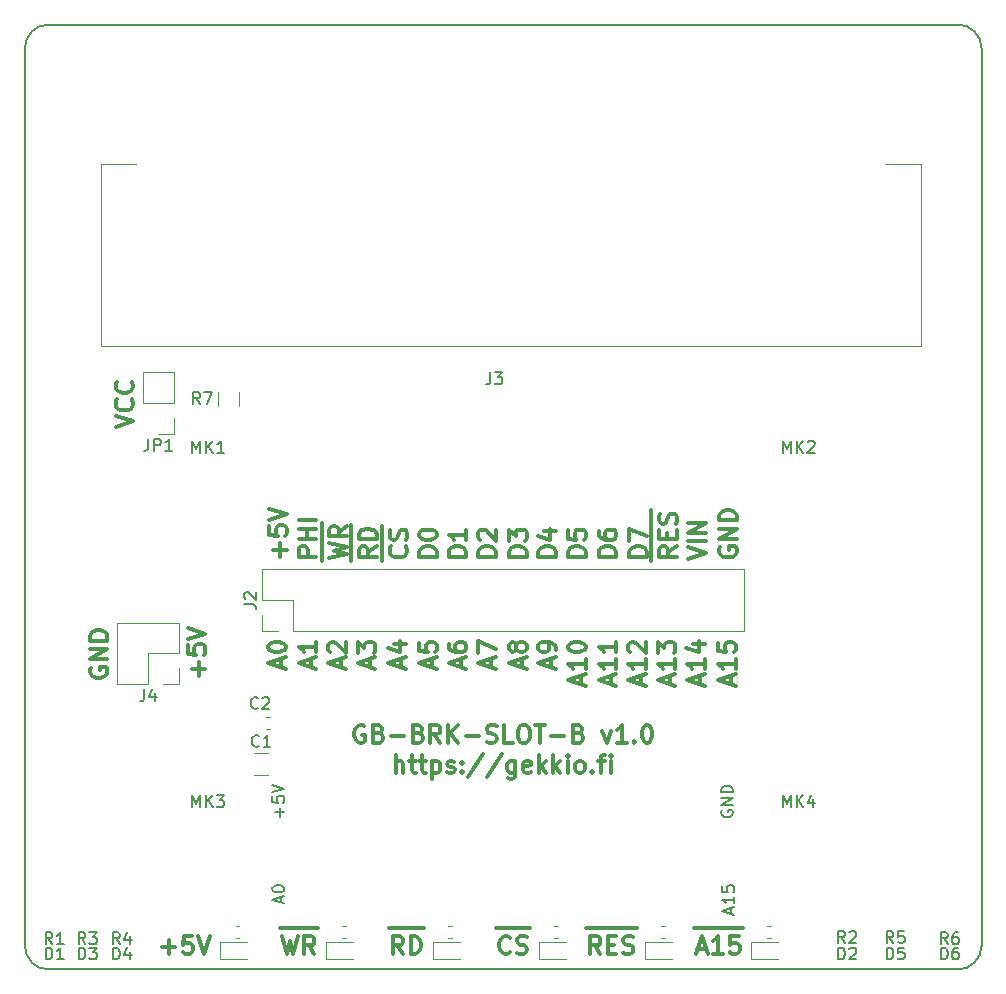
<source format=gbr>
G04 #@! TF.GenerationSoftware,KiCad,Pcbnew,5.1.5-52549c5~84~ubuntu19.10.1*
G04 #@! TF.CreationDate,2020-02-14T21:39:38+02:00*
G04 #@! TF.ProjectId,GB-BRK-SLOT-B,47422d42-524b-42d5-934c-4f542d422e6b,v1.0*
G04 #@! TF.SameCoordinates,Original*
G04 #@! TF.FileFunction,Legend,Top*
G04 #@! TF.FilePolarity,Positive*
%FSLAX46Y46*%
G04 Gerber Fmt 4.6, Leading zero omitted, Abs format (unit mm)*
G04 Created by KiCad (PCBNEW 5.1.5-52549c5~84~ubuntu19.10.1) date 2020-02-14 21:39:38*
%MOMM*%
%LPD*%
G04 APERTURE LIST*
%ADD10C,0.150000*%
%ADD11C,0.300000*%
%ADD12C,0.120000*%
G04 APERTURE END LIST*
D10*
X128000000Y-148000000D02*
G75*
G02X126000000Y-150000000I-2000000J0D01*
G01*
X49000000Y-150000000D02*
G75*
G02X47000000Y-148000000I0J2000000D01*
G01*
X47000000Y-72000000D02*
G75*
G02X49000000Y-70000000I2000000J0D01*
G01*
X126000000Y-70000000D02*
G75*
G02X128000000Y-72000000I0J-2000000D01*
G01*
D11*
X54678571Y-104100000D02*
X56178571Y-103600000D01*
X54678571Y-103100000D01*
X56035714Y-101742857D02*
X56107142Y-101814285D01*
X56178571Y-102028571D01*
X56178571Y-102171428D01*
X56107142Y-102385714D01*
X55964285Y-102528571D01*
X55821428Y-102600000D01*
X55535714Y-102671428D01*
X55321428Y-102671428D01*
X55035714Y-102600000D01*
X54892857Y-102528571D01*
X54750000Y-102385714D01*
X54678571Y-102171428D01*
X54678571Y-102028571D01*
X54750000Y-101814285D01*
X54821428Y-101742857D01*
X56035714Y-100242857D02*
X56107142Y-100314285D01*
X56178571Y-100528571D01*
X56178571Y-100671428D01*
X56107142Y-100885714D01*
X55964285Y-101028571D01*
X55821428Y-101100000D01*
X55535714Y-101171428D01*
X55321428Y-101171428D01*
X55035714Y-101100000D01*
X54892857Y-101028571D01*
X54750000Y-100885714D01*
X54678571Y-100671428D01*
X54678571Y-100528571D01*
X54750000Y-100314285D01*
X54821428Y-100242857D01*
X52560000Y-124442857D02*
X52488571Y-124585714D01*
X52488571Y-124800000D01*
X52560000Y-125014285D01*
X52702857Y-125157142D01*
X52845714Y-125228571D01*
X53131428Y-125300000D01*
X53345714Y-125300000D01*
X53631428Y-125228571D01*
X53774285Y-125157142D01*
X53917142Y-125014285D01*
X53988571Y-124800000D01*
X53988571Y-124657142D01*
X53917142Y-124442857D01*
X53845714Y-124371428D01*
X53345714Y-124371428D01*
X53345714Y-124657142D01*
X53988571Y-123728571D02*
X52488571Y-123728571D01*
X53988571Y-122871428D01*
X52488571Y-122871428D01*
X53988571Y-122157142D02*
X52488571Y-122157142D01*
X52488571Y-121800000D01*
X52560000Y-121585714D01*
X52702857Y-121442857D01*
X52845714Y-121371428D01*
X53131428Y-121300000D01*
X53345714Y-121300000D01*
X53631428Y-121371428D01*
X53774285Y-121442857D01*
X53917142Y-121585714D01*
X53988571Y-121800000D01*
X53988571Y-122157142D01*
X61717142Y-125128571D02*
X61717142Y-123985714D01*
X62288571Y-124557142D02*
X61145714Y-124557142D01*
X60788571Y-122557142D02*
X60788571Y-123271428D01*
X61502857Y-123342857D01*
X61431428Y-123271428D01*
X61360000Y-123128571D01*
X61360000Y-122771428D01*
X61431428Y-122628571D01*
X61502857Y-122557142D01*
X61645714Y-122485714D01*
X62002857Y-122485714D01*
X62145714Y-122557142D01*
X62217142Y-122628571D01*
X62288571Y-122771428D01*
X62288571Y-123128571D01*
X62217142Y-123271428D01*
X62145714Y-123342857D01*
X60788571Y-122057142D02*
X62288571Y-121557142D01*
X60788571Y-121057142D01*
X68607142Y-115047857D02*
X68607142Y-113905000D01*
X69178571Y-114476428D02*
X68035714Y-114476428D01*
X67678571Y-112476428D02*
X67678571Y-113190714D01*
X68392857Y-113262142D01*
X68321428Y-113190714D01*
X68250000Y-113047857D01*
X68250000Y-112690714D01*
X68321428Y-112547857D01*
X68392857Y-112476428D01*
X68535714Y-112405000D01*
X68892857Y-112405000D01*
X69035714Y-112476428D01*
X69107142Y-112547857D01*
X69178571Y-112690714D01*
X69178571Y-113047857D01*
X69107142Y-113190714D01*
X69035714Y-113262142D01*
X67678571Y-111976428D02*
X69178571Y-111476428D01*
X67678571Y-110976428D01*
X71678571Y-115047857D02*
X70178571Y-115047857D01*
X70178571Y-114476428D01*
X70250000Y-114333571D01*
X70321428Y-114262142D01*
X70464285Y-114190714D01*
X70678571Y-114190714D01*
X70821428Y-114262142D01*
X70892857Y-114333571D01*
X70964285Y-114476428D01*
X70964285Y-115047857D01*
X71678571Y-113547857D02*
X70178571Y-113547857D01*
X70892857Y-113547857D02*
X70892857Y-112690714D01*
X71678571Y-112690714D02*
X70178571Y-112690714D01*
X71678571Y-111976428D02*
X70178571Y-111976428D01*
X72130000Y-115405000D02*
X72130000Y-113690714D01*
X72778571Y-115190714D02*
X74278571Y-114833571D01*
X73207142Y-114547857D01*
X74278571Y-114262142D01*
X72778571Y-113905000D01*
X72130000Y-113690714D02*
X72130000Y-112190714D01*
X74278571Y-112476428D02*
X73564285Y-112976428D01*
X74278571Y-113333571D02*
X72778571Y-113333571D01*
X72778571Y-112762142D01*
X72850000Y-112619285D01*
X72921428Y-112547857D01*
X73064285Y-112476428D01*
X73278571Y-112476428D01*
X73421428Y-112547857D01*
X73492857Y-112619285D01*
X73564285Y-112762142D01*
X73564285Y-113333571D01*
X74630000Y-115405000D02*
X74630000Y-113905000D01*
X76778571Y-114190714D02*
X76064285Y-114690714D01*
X76778571Y-115047857D02*
X75278571Y-115047857D01*
X75278571Y-114476428D01*
X75350000Y-114333571D01*
X75421428Y-114262142D01*
X75564285Y-114190714D01*
X75778571Y-114190714D01*
X75921428Y-114262142D01*
X75992857Y-114333571D01*
X76064285Y-114476428D01*
X76064285Y-115047857D01*
X74630000Y-113905000D02*
X74630000Y-112405000D01*
X76778571Y-113547857D02*
X75278571Y-113547857D01*
X75278571Y-113190714D01*
X75350000Y-112976428D01*
X75492857Y-112833571D01*
X75635714Y-112762142D01*
X75921428Y-112690714D01*
X76135714Y-112690714D01*
X76421428Y-112762142D01*
X76564285Y-112833571D01*
X76707142Y-112976428D01*
X76778571Y-113190714D01*
X76778571Y-113547857D01*
X77230000Y-115405000D02*
X77230000Y-113905000D01*
X79235714Y-114190714D02*
X79307142Y-114262142D01*
X79378571Y-114476428D01*
X79378571Y-114619285D01*
X79307142Y-114833571D01*
X79164285Y-114976428D01*
X79021428Y-115047857D01*
X78735714Y-115119285D01*
X78521428Y-115119285D01*
X78235714Y-115047857D01*
X78092857Y-114976428D01*
X77950000Y-114833571D01*
X77878571Y-114619285D01*
X77878571Y-114476428D01*
X77950000Y-114262142D01*
X78021428Y-114190714D01*
X77230000Y-113905000D02*
X77230000Y-112476428D01*
X79307142Y-113619285D02*
X79378571Y-113405000D01*
X79378571Y-113047857D01*
X79307142Y-112905000D01*
X79235714Y-112833571D01*
X79092857Y-112762142D01*
X78950000Y-112762142D01*
X78807142Y-112833571D01*
X78735714Y-112905000D01*
X78664285Y-113047857D01*
X78592857Y-113333571D01*
X78521428Y-113476428D01*
X78450000Y-113547857D01*
X78307142Y-113619285D01*
X78164285Y-113619285D01*
X78021428Y-113547857D01*
X77950000Y-113476428D01*
X77878571Y-113333571D01*
X77878571Y-112976428D01*
X77950000Y-112762142D01*
X81878571Y-115047857D02*
X80378571Y-115047857D01*
X80378571Y-114690714D01*
X80450000Y-114476428D01*
X80592857Y-114333571D01*
X80735714Y-114262142D01*
X81021428Y-114190714D01*
X81235714Y-114190714D01*
X81521428Y-114262142D01*
X81664285Y-114333571D01*
X81807142Y-114476428D01*
X81878571Y-114690714D01*
X81878571Y-115047857D01*
X80378571Y-113262142D02*
X80378571Y-113119285D01*
X80450000Y-112976428D01*
X80521428Y-112905000D01*
X80664285Y-112833571D01*
X80950000Y-112762142D01*
X81307142Y-112762142D01*
X81592857Y-112833571D01*
X81735714Y-112905000D01*
X81807142Y-112976428D01*
X81878571Y-113119285D01*
X81878571Y-113262142D01*
X81807142Y-113405000D01*
X81735714Y-113476428D01*
X81592857Y-113547857D01*
X81307142Y-113619285D01*
X80950000Y-113619285D01*
X80664285Y-113547857D01*
X80521428Y-113476428D01*
X80450000Y-113405000D01*
X80378571Y-113262142D01*
X84378571Y-115047857D02*
X82878571Y-115047857D01*
X82878571Y-114690714D01*
X82950000Y-114476428D01*
X83092857Y-114333571D01*
X83235714Y-114262142D01*
X83521428Y-114190714D01*
X83735714Y-114190714D01*
X84021428Y-114262142D01*
X84164285Y-114333571D01*
X84307142Y-114476428D01*
X84378571Y-114690714D01*
X84378571Y-115047857D01*
X84378571Y-112762142D02*
X84378571Y-113619285D01*
X84378571Y-113190714D02*
X82878571Y-113190714D01*
X83092857Y-113333571D01*
X83235714Y-113476428D01*
X83307142Y-113619285D01*
X86878571Y-115047857D02*
X85378571Y-115047857D01*
X85378571Y-114690714D01*
X85450000Y-114476428D01*
X85592857Y-114333571D01*
X85735714Y-114262142D01*
X86021428Y-114190714D01*
X86235714Y-114190714D01*
X86521428Y-114262142D01*
X86664285Y-114333571D01*
X86807142Y-114476428D01*
X86878571Y-114690714D01*
X86878571Y-115047857D01*
X85521428Y-113619285D02*
X85450000Y-113547857D01*
X85378571Y-113405000D01*
X85378571Y-113047857D01*
X85450000Y-112905000D01*
X85521428Y-112833571D01*
X85664285Y-112762142D01*
X85807142Y-112762142D01*
X86021428Y-112833571D01*
X86878571Y-113690714D01*
X86878571Y-112762142D01*
X89478571Y-115047857D02*
X87978571Y-115047857D01*
X87978571Y-114690714D01*
X88050000Y-114476428D01*
X88192857Y-114333571D01*
X88335714Y-114262142D01*
X88621428Y-114190714D01*
X88835714Y-114190714D01*
X89121428Y-114262142D01*
X89264285Y-114333571D01*
X89407142Y-114476428D01*
X89478571Y-114690714D01*
X89478571Y-115047857D01*
X87978571Y-113690714D02*
X87978571Y-112762142D01*
X88550000Y-113262142D01*
X88550000Y-113047857D01*
X88621428Y-112905000D01*
X88692857Y-112833571D01*
X88835714Y-112762142D01*
X89192857Y-112762142D01*
X89335714Y-112833571D01*
X89407142Y-112905000D01*
X89478571Y-113047857D01*
X89478571Y-113476428D01*
X89407142Y-113619285D01*
X89335714Y-113690714D01*
X91978571Y-115047857D02*
X90478571Y-115047857D01*
X90478571Y-114690714D01*
X90550000Y-114476428D01*
X90692857Y-114333571D01*
X90835714Y-114262142D01*
X91121428Y-114190714D01*
X91335714Y-114190714D01*
X91621428Y-114262142D01*
X91764285Y-114333571D01*
X91907142Y-114476428D01*
X91978571Y-114690714D01*
X91978571Y-115047857D01*
X90978571Y-112905000D02*
X91978571Y-112905000D01*
X90407142Y-113262142D02*
X91478571Y-113619285D01*
X91478571Y-112690714D01*
X94478571Y-115047857D02*
X92978571Y-115047857D01*
X92978571Y-114690714D01*
X93050000Y-114476428D01*
X93192857Y-114333571D01*
X93335714Y-114262142D01*
X93621428Y-114190714D01*
X93835714Y-114190714D01*
X94121428Y-114262142D01*
X94264285Y-114333571D01*
X94407142Y-114476428D01*
X94478571Y-114690714D01*
X94478571Y-115047857D01*
X92978571Y-112833571D02*
X92978571Y-113547857D01*
X93692857Y-113619285D01*
X93621428Y-113547857D01*
X93550000Y-113405000D01*
X93550000Y-113047857D01*
X93621428Y-112905000D01*
X93692857Y-112833571D01*
X93835714Y-112762142D01*
X94192857Y-112762142D01*
X94335714Y-112833571D01*
X94407142Y-112905000D01*
X94478571Y-113047857D01*
X94478571Y-113405000D01*
X94407142Y-113547857D01*
X94335714Y-113619285D01*
X97078571Y-115047857D02*
X95578571Y-115047857D01*
X95578571Y-114690714D01*
X95650000Y-114476428D01*
X95792857Y-114333571D01*
X95935714Y-114262142D01*
X96221428Y-114190714D01*
X96435714Y-114190714D01*
X96721428Y-114262142D01*
X96864285Y-114333571D01*
X97007142Y-114476428D01*
X97078571Y-114690714D01*
X97078571Y-115047857D01*
X95578571Y-112905000D02*
X95578571Y-113190714D01*
X95650000Y-113333571D01*
X95721428Y-113405000D01*
X95935714Y-113547857D01*
X96221428Y-113619285D01*
X96792857Y-113619285D01*
X96935714Y-113547857D01*
X97007142Y-113476428D01*
X97078571Y-113333571D01*
X97078571Y-113047857D01*
X97007142Y-112905000D01*
X96935714Y-112833571D01*
X96792857Y-112762142D01*
X96435714Y-112762142D01*
X96292857Y-112833571D01*
X96221428Y-112905000D01*
X96150000Y-113047857D01*
X96150000Y-113333571D01*
X96221428Y-113476428D01*
X96292857Y-113547857D01*
X96435714Y-113619285D01*
X99678571Y-115047857D02*
X98178571Y-115047857D01*
X98178571Y-114690714D01*
X98250000Y-114476428D01*
X98392857Y-114333571D01*
X98535714Y-114262142D01*
X98821428Y-114190714D01*
X99035714Y-114190714D01*
X99321428Y-114262142D01*
X99464285Y-114333571D01*
X99607142Y-114476428D01*
X99678571Y-114690714D01*
X99678571Y-115047857D01*
X98178571Y-113690714D02*
X98178571Y-112690714D01*
X99678571Y-113333571D01*
X100030000Y-115405000D02*
X100030000Y-113905000D01*
X102178571Y-114190714D02*
X101464285Y-114690714D01*
X102178571Y-115047857D02*
X100678571Y-115047857D01*
X100678571Y-114476428D01*
X100750000Y-114333571D01*
X100821428Y-114262142D01*
X100964285Y-114190714D01*
X101178571Y-114190714D01*
X101321428Y-114262142D01*
X101392857Y-114333571D01*
X101464285Y-114476428D01*
X101464285Y-115047857D01*
X100030000Y-113905000D02*
X100030000Y-112547857D01*
X101392857Y-113547857D02*
X101392857Y-113047857D01*
X102178571Y-112833571D02*
X102178571Y-113547857D01*
X100678571Y-113547857D01*
X100678571Y-112833571D01*
X100030000Y-112547857D02*
X100030000Y-111119285D01*
X102107142Y-112262142D02*
X102178571Y-112047857D01*
X102178571Y-111690714D01*
X102107142Y-111547857D01*
X102035714Y-111476428D01*
X101892857Y-111405000D01*
X101750000Y-111405000D01*
X101607142Y-111476428D01*
X101535714Y-111547857D01*
X101464285Y-111690714D01*
X101392857Y-111976428D01*
X101321428Y-112119285D01*
X101250000Y-112190714D01*
X101107142Y-112262142D01*
X100964285Y-112262142D01*
X100821428Y-112190714D01*
X100750000Y-112119285D01*
X100678571Y-111976428D01*
X100678571Y-111619285D01*
X100750000Y-111405000D01*
X103178571Y-115262142D02*
X104678571Y-114762142D01*
X103178571Y-114262142D01*
X104678571Y-113762142D02*
X103178571Y-113762142D01*
X104678571Y-113047857D02*
X103178571Y-113047857D01*
X104678571Y-112190714D01*
X103178571Y-112190714D01*
X105850000Y-114262142D02*
X105778571Y-114405000D01*
X105778571Y-114619285D01*
X105850000Y-114833571D01*
X105992857Y-114976428D01*
X106135714Y-115047857D01*
X106421428Y-115119285D01*
X106635714Y-115119285D01*
X106921428Y-115047857D01*
X107064285Y-114976428D01*
X107207142Y-114833571D01*
X107278571Y-114619285D01*
X107278571Y-114476428D01*
X107207142Y-114262142D01*
X107135714Y-114190714D01*
X106635714Y-114190714D01*
X106635714Y-114476428D01*
X107278571Y-113547857D02*
X105778571Y-113547857D01*
X107278571Y-112690714D01*
X105778571Y-112690714D01*
X107278571Y-111976428D02*
X105778571Y-111976428D01*
X105778571Y-111619285D01*
X105850000Y-111405000D01*
X105992857Y-111262142D01*
X106135714Y-111190714D01*
X106421428Y-111119285D01*
X106635714Y-111119285D01*
X106921428Y-111190714D01*
X107064285Y-111262142D01*
X107207142Y-111405000D01*
X107278571Y-111619285D01*
X107278571Y-111976428D01*
X73750000Y-124423571D02*
X73750000Y-123709285D01*
X74178571Y-124566428D02*
X72678571Y-124066428D01*
X74178571Y-123566428D01*
X72821428Y-123137857D02*
X72750000Y-123066428D01*
X72678571Y-122923571D01*
X72678571Y-122566428D01*
X72750000Y-122423571D01*
X72821428Y-122352142D01*
X72964285Y-122280714D01*
X73107142Y-122280714D01*
X73321428Y-122352142D01*
X74178571Y-123209285D01*
X74178571Y-122280714D01*
X76250000Y-124423571D02*
X76250000Y-123709285D01*
X76678571Y-124566428D02*
X75178571Y-124066428D01*
X76678571Y-123566428D01*
X75178571Y-123209285D02*
X75178571Y-122280714D01*
X75750000Y-122780714D01*
X75750000Y-122566428D01*
X75821428Y-122423571D01*
X75892857Y-122352142D01*
X76035714Y-122280714D01*
X76392857Y-122280714D01*
X76535714Y-122352142D01*
X76607142Y-122423571D01*
X76678571Y-122566428D01*
X76678571Y-122995000D01*
X76607142Y-123137857D01*
X76535714Y-123209285D01*
X78850000Y-124423571D02*
X78850000Y-123709285D01*
X79278571Y-124566428D02*
X77778571Y-124066428D01*
X79278571Y-123566428D01*
X78278571Y-122423571D02*
X79278571Y-122423571D01*
X77707142Y-122780714D02*
X78778571Y-123137857D01*
X78778571Y-122209285D01*
X81450000Y-124423571D02*
X81450000Y-123709285D01*
X81878571Y-124566428D02*
X80378571Y-124066428D01*
X81878571Y-123566428D01*
X80378571Y-122352142D02*
X80378571Y-123066428D01*
X81092857Y-123137857D01*
X81021428Y-123066428D01*
X80950000Y-122923571D01*
X80950000Y-122566428D01*
X81021428Y-122423571D01*
X81092857Y-122352142D01*
X81235714Y-122280714D01*
X81592857Y-122280714D01*
X81735714Y-122352142D01*
X81807142Y-122423571D01*
X81878571Y-122566428D01*
X81878571Y-122923571D01*
X81807142Y-123066428D01*
X81735714Y-123137857D01*
X83950000Y-124423571D02*
X83950000Y-123709285D01*
X84378571Y-124566428D02*
X82878571Y-124066428D01*
X84378571Y-123566428D01*
X82878571Y-122423571D02*
X82878571Y-122709285D01*
X82950000Y-122852142D01*
X83021428Y-122923571D01*
X83235714Y-123066428D01*
X83521428Y-123137857D01*
X84092857Y-123137857D01*
X84235714Y-123066428D01*
X84307142Y-122995000D01*
X84378571Y-122852142D01*
X84378571Y-122566428D01*
X84307142Y-122423571D01*
X84235714Y-122352142D01*
X84092857Y-122280714D01*
X83735714Y-122280714D01*
X83592857Y-122352142D01*
X83521428Y-122423571D01*
X83450000Y-122566428D01*
X83450000Y-122852142D01*
X83521428Y-122995000D01*
X83592857Y-123066428D01*
X83735714Y-123137857D01*
X86450000Y-124423571D02*
X86450000Y-123709285D01*
X86878571Y-124566428D02*
X85378571Y-124066428D01*
X86878571Y-123566428D01*
X85378571Y-123209285D02*
X85378571Y-122209285D01*
X86878571Y-122852142D01*
X89050000Y-124423571D02*
X89050000Y-123709285D01*
X89478571Y-124566428D02*
X87978571Y-124066428D01*
X89478571Y-123566428D01*
X88621428Y-122852142D02*
X88550000Y-122995000D01*
X88478571Y-123066428D01*
X88335714Y-123137857D01*
X88264285Y-123137857D01*
X88121428Y-123066428D01*
X88050000Y-122995000D01*
X87978571Y-122852142D01*
X87978571Y-122566428D01*
X88050000Y-122423571D01*
X88121428Y-122352142D01*
X88264285Y-122280714D01*
X88335714Y-122280714D01*
X88478571Y-122352142D01*
X88550000Y-122423571D01*
X88621428Y-122566428D01*
X88621428Y-122852142D01*
X88692857Y-122995000D01*
X88764285Y-123066428D01*
X88907142Y-123137857D01*
X89192857Y-123137857D01*
X89335714Y-123066428D01*
X89407142Y-122995000D01*
X89478571Y-122852142D01*
X89478571Y-122566428D01*
X89407142Y-122423571D01*
X89335714Y-122352142D01*
X89192857Y-122280714D01*
X88907142Y-122280714D01*
X88764285Y-122352142D01*
X88692857Y-122423571D01*
X88621428Y-122566428D01*
X91550000Y-124423571D02*
X91550000Y-123709285D01*
X91978571Y-124566428D02*
X90478571Y-124066428D01*
X91978571Y-123566428D01*
X91978571Y-122995000D02*
X91978571Y-122709285D01*
X91907142Y-122566428D01*
X91835714Y-122495000D01*
X91621428Y-122352142D01*
X91335714Y-122280714D01*
X90764285Y-122280714D01*
X90621428Y-122352142D01*
X90550000Y-122423571D01*
X90478571Y-122566428D01*
X90478571Y-122852142D01*
X90550000Y-122995000D01*
X90621428Y-123066428D01*
X90764285Y-123137857D01*
X91121428Y-123137857D01*
X91264285Y-123066428D01*
X91335714Y-122995000D01*
X91407142Y-122852142D01*
X91407142Y-122566428D01*
X91335714Y-122423571D01*
X91264285Y-122352142D01*
X91121428Y-122280714D01*
X94050000Y-125852142D02*
X94050000Y-125137857D01*
X94478571Y-125995000D02*
X92978571Y-125495000D01*
X94478571Y-124995000D01*
X94478571Y-123709285D02*
X94478571Y-124566428D01*
X94478571Y-124137857D02*
X92978571Y-124137857D01*
X93192857Y-124280714D01*
X93335714Y-124423571D01*
X93407142Y-124566428D01*
X92978571Y-122780714D02*
X92978571Y-122637857D01*
X93050000Y-122495000D01*
X93121428Y-122423571D01*
X93264285Y-122352142D01*
X93550000Y-122280714D01*
X93907142Y-122280714D01*
X94192857Y-122352142D01*
X94335714Y-122423571D01*
X94407142Y-122495000D01*
X94478571Y-122637857D01*
X94478571Y-122780714D01*
X94407142Y-122923571D01*
X94335714Y-122995000D01*
X94192857Y-123066428D01*
X93907142Y-123137857D01*
X93550000Y-123137857D01*
X93264285Y-123066428D01*
X93121428Y-122995000D01*
X93050000Y-122923571D01*
X92978571Y-122780714D01*
X96650000Y-125852142D02*
X96650000Y-125137857D01*
X97078571Y-125995000D02*
X95578571Y-125495000D01*
X97078571Y-124995000D01*
X97078571Y-123709285D02*
X97078571Y-124566428D01*
X97078571Y-124137857D02*
X95578571Y-124137857D01*
X95792857Y-124280714D01*
X95935714Y-124423571D01*
X96007142Y-124566428D01*
X97078571Y-122280714D02*
X97078571Y-123137857D01*
X97078571Y-122709285D02*
X95578571Y-122709285D01*
X95792857Y-122852142D01*
X95935714Y-122995000D01*
X96007142Y-123137857D01*
X99150000Y-125852142D02*
X99150000Y-125137857D01*
X99578571Y-125995000D02*
X98078571Y-125495000D01*
X99578571Y-124995000D01*
X99578571Y-123709285D02*
X99578571Y-124566428D01*
X99578571Y-124137857D02*
X98078571Y-124137857D01*
X98292857Y-124280714D01*
X98435714Y-124423571D01*
X98507142Y-124566428D01*
X98221428Y-123137857D02*
X98150000Y-123066428D01*
X98078571Y-122923571D01*
X98078571Y-122566428D01*
X98150000Y-122423571D01*
X98221428Y-122352142D01*
X98364285Y-122280714D01*
X98507142Y-122280714D01*
X98721428Y-122352142D01*
X99578571Y-123209285D01*
X99578571Y-122280714D01*
X101650000Y-125852142D02*
X101650000Y-125137857D01*
X102078571Y-125995000D02*
X100578571Y-125495000D01*
X102078571Y-124995000D01*
X102078571Y-123709285D02*
X102078571Y-124566428D01*
X102078571Y-124137857D02*
X100578571Y-124137857D01*
X100792857Y-124280714D01*
X100935714Y-124423571D01*
X101007142Y-124566428D01*
X100578571Y-123209285D02*
X100578571Y-122280714D01*
X101150000Y-122780714D01*
X101150000Y-122566428D01*
X101221428Y-122423571D01*
X101292857Y-122352142D01*
X101435714Y-122280714D01*
X101792857Y-122280714D01*
X101935714Y-122352142D01*
X102007142Y-122423571D01*
X102078571Y-122566428D01*
X102078571Y-122995000D01*
X102007142Y-123137857D01*
X101935714Y-123209285D01*
X104150000Y-125852142D02*
X104150000Y-125137857D01*
X104578571Y-125995000D02*
X103078571Y-125495000D01*
X104578571Y-124995000D01*
X104578571Y-123709285D02*
X104578571Y-124566428D01*
X104578571Y-124137857D02*
X103078571Y-124137857D01*
X103292857Y-124280714D01*
X103435714Y-124423571D01*
X103507142Y-124566428D01*
X103578571Y-122423571D02*
X104578571Y-122423571D01*
X103007142Y-122780714D02*
X104078571Y-123137857D01*
X104078571Y-122209285D01*
X106750000Y-125852142D02*
X106750000Y-125137857D01*
X107178571Y-125995000D02*
X105678571Y-125495000D01*
X107178571Y-124995000D01*
X107178571Y-123709285D02*
X107178571Y-124566428D01*
X107178571Y-124137857D02*
X105678571Y-124137857D01*
X105892857Y-124280714D01*
X106035714Y-124423571D01*
X106107142Y-124566428D01*
X105678571Y-122352142D02*
X105678571Y-123066428D01*
X106392857Y-123137857D01*
X106321428Y-123066428D01*
X106250000Y-122923571D01*
X106250000Y-122566428D01*
X106321428Y-122423571D01*
X106392857Y-122352142D01*
X106535714Y-122280714D01*
X106892857Y-122280714D01*
X107035714Y-122352142D01*
X107107142Y-122423571D01*
X107178571Y-122566428D01*
X107178571Y-122923571D01*
X107107142Y-123066428D01*
X107035714Y-123137857D01*
X71250000Y-124423571D02*
X71250000Y-123709285D01*
X71678571Y-124566428D02*
X70178571Y-124066428D01*
X71678571Y-123566428D01*
X71678571Y-122280714D02*
X71678571Y-123137857D01*
X71678571Y-122709285D02*
X70178571Y-122709285D01*
X70392857Y-122852142D01*
X70535714Y-122995000D01*
X70607142Y-123137857D01*
X68650000Y-124423571D02*
X68650000Y-123709285D01*
X69078571Y-124566428D02*
X67578571Y-124066428D01*
X69078571Y-123566428D01*
X67578571Y-122780714D02*
X67578571Y-122637857D01*
X67650000Y-122495000D01*
X67721428Y-122423571D01*
X67864285Y-122352142D01*
X68150000Y-122280714D01*
X68507142Y-122280714D01*
X68792857Y-122352142D01*
X68935714Y-122423571D01*
X69007142Y-122495000D01*
X69078571Y-122637857D01*
X69078571Y-122780714D01*
X69007142Y-122923571D01*
X68935714Y-122995000D01*
X68792857Y-123066428D01*
X68507142Y-123137857D01*
X68150000Y-123137857D01*
X67864285Y-123066428D01*
X67721428Y-122995000D01*
X67650000Y-122923571D01*
X67578571Y-122780714D01*
X75750000Y-129375000D02*
X75607142Y-129303571D01*
X75392857Y-129303571D01*
X75178571Y-129375000D01*
X75035714Y-129517857D01*
X74964285Y-129660714D01*
X74892857Y-129946428D01*
X74892857Y-130160714D01*
X74964285Y-130446428D01*
X75035714Y-130589285D01*
X75178571Y-130732142D01*
X75392857Y-130803571D01*
X75535714Y-130803571D01*
X75750000Y-130732142D01*
X75821428Y-130660714D01*
X75821428Y-130160714D01*
X75535714Y-130160714D01*
X76964285Y-130017857D02*
X77178571Y-130089285D01*
X77250000Y-130160714D01*
X77321428Y-130303571D01*
X77321428Y-130517857D01*
X77250000Y-130660714D01*
X77178571Y-130732142D01*
X77035714Y-130803571D01*
X76464285Y-130803571D01*
X76464285Y-129303571D01*
X76964285Y-129303571D01*
X77107142Y-129375000D01*
X77178571Y-129446428D01*
X77250000Y-129589285D01*
X77250000Y-129732142D01*
X77178571Y-129875000D01*
X77107142Y-129946428D01*
X76964285Y-130017857D01*
X76464285Y-130017857D01*
X77964285Y-130232142D02*
X79107142Y-130232142D01*
X80321428Y-130017857D02*
X80535714Y-130089285D01*
X80607142Y-130160714D01*
X80678571Y-130303571D01*
X80678571Y-130517857D01*
X80607142Y-130660714D01*
X80535714Y-130732142D01*
X80392857Y-130803571D01*
X79821428Y-130803571D01*
X79821428Y-129303571D01*
X80321428Y-129303571D01*
X80464285Y-129375000D01*
X80535714Y-129446428D01*
X80607142Y-129589285D01*
X80607142Y-129732142D01*
X80535714Y-129875000D01*
X80464285Y-129946428D01*
X80321428Y-130017857D01*
X79821428Y-130017857D01*
X82178571Y-130803571D02*
X81678571Y-130089285D01*
X81321428Y-130803571D02*
X81321428Y-129303571D01*
X81892857Y-129303571D01*
X82035714Y-129375000D01*
X82107142Y-129446428D01*
X82178571Y-129589285D01*
X82178571Y-129803571D01*
X82107142Y-129946428D01*
X82035714Y-130017857D01*
X81892857Y-130089285D01*
X81321428Y-130089285D01*
X82821428Y-130803571D02*
X82821428Y-129303571D01*
X83678571Y-130803571D02*
X83035714Y-129946428D01*
X83678571Y-129303571D02*
X82821428Y-130160714D01*
X84321428Y-130232142D02*
X85464285Y-130232142D01*
X86107142Y-130732142D02*
X86321428Y-130803571D01*
X86678571Y-130803571D01*
X86821428Y-130732142D01*
X86892857Y-130660714D01*
X86964285Y-130517857D01*
X86964285Y-130375000D01*
X86892857Y-130232142D01*
X86821428Y-130160714D01*
X86678571Y-130089285D01*
X86392857Y-130017857D01*
X86250000Y-129946428D01*
X86178571Y-129875000D01*
X86107142Y-129732142D01*
X86107142Y-129589285D01*
X86178571Y-129446428D01*
X86250000Y-129375000D01*
X86392857Y-129303571D01*
X86750000Y-129303571D01*
X86964285Y-129375000D01*
X88321428Y-130803571D02*
X87607142Y-130803571D01*
X87607142Y-129303571D01*
X89107142Y-129303571D02*
X89392857Y-129303571D01*
X89535714Y-129375000D01*
X89678571Y-129517857D01*
X89750000Y-129803571D01*
X89750000Y-130303571D01*
X89678571Y-130589285D01*
X89535714Y-130732142D01*
X89392857Y-130803571D01*
X89107142Y-130803571D01*
X88964285Y-130732142D01*
X88821428Y-130589285D01*
X88750000Y-130303571D01*
X88750000Y-129803571D01*
X88821428Y-129517857D01*
X88964285Y-129375000D01*
X89107142Y-129303571D01*
X90178571Y-129303571D02*
X91035714Y-129303571D01*
X90607142Y-130803571D02*
X90607142Y-129303571D01*
X91535714Y-130232142D02*
X92678571Y-130232142D01*
X93892857Y-130017857D02*
X94107142Y-130089285D01*
X94178571Y-130160714D01*
X94250000Y-130303571D01*
X94250000Y-130517857D01*
X94178571Y-130660714D01*
X94107142Y-130732142D01*
X93964285Y-130803571D01*
X93392857Y-130803571D01*
X93392857Y-129303571D01*
X93892857Y-129303571D01*
X94035714Y-129375000D01*
X94107142Y-129446428D01*
X94178571Y-129589285D01*
X94178571Y-129732142D01*
X94107142Y-129875000D01*
X94035714Y-129946428D01*
X93892857Y-130017857D01*
X93392857Y-130017857D01*
X95892857Y-129803571D02*
X96250000Y-130803571D01*
X96607142Y-129803571D01*
X97964285Y-130803571D02*
X97107142Y-130803571D01*
X97535714Y-130803571D02*
X97535714Y-129303571D01*
X97392857Y-129517857D01*
X97250000Y-129660714D01*
X97107142Y-129732142D01*
X98607142Y-130660714D02*
X98678571Y-130732142D01*
X98607142Y-130803571D01*
X98535714Y-130732142D01*
X98607142Y-130660714D01*
X98607142Y-130803571D01*
X99607142Y-129303571D02*
X99750000Y-129303571D01*
X99892857Y-129375000D01*
X99964285Y-129446428D01*
X100035714Y-129589285D01*
X100107142Y-129875000D01*
X100107142Y-130232142D01*
X100035714Y-130517857D01*
X99964285Y-130660714D01*
X99892857Y-130732142D01*
X99750000Y-130803571D01*
X99607142Y-130803571D01*
X99464285Y-130732142D01*
X99392857Y-130660714D01*
X99321428Y-130517857D01*
X99250000Y-130232142D01*
X99250000Y-129875000D01*
X99321428Y-129589285D01*
X99392857Y-129446428D01*
X99464285Y-129375000D01*
X99607142Y-129303571D01*
X78392857Y-133353571D02*
X78392857Y-131853571D01*
X79035714Y-133353571D02*
X79035714Y-132567857D01*
X78964285Y-132425000D01*
X78821428Y-132353571D01*
X78607142Y-132353571D01*
X78464285Y-132425000D01*
X78392857Y-132496428D01*
X79535714Y-132353571D02*
X80107142Y-132353571D01*
X79750000Y-131853571D02*
X79750000Y-133139285D01*
X79821428Y-133282142D01*
X79964285Y-133353571D01*
X80107142Y-133353571D01*
X80392857Y-132353571D02*
X80964285Y-132353571D01*
X80607142Y-131853571D02*
X80607142Y-133139285D01*
X80678571Y-133282142D01*
X80821428Y-133353571D01*
X80964285Y-133353571D01*
X81464285Y-132353571D02*
X81464285Y-133853571D01*
X81464285Y-132425000D02*
X81607142Y-132353571D01*
X81892857Y-132353571D01*
X82035714Y-132425000D01*
X82107142Y-132496428D01*
X82178571Y-132639285D01*
X82178571Y-133067857D01*
X82107142Y-133210714D01*
X82035714Y-133282142D01*
X81892857Y-133353571D01*
X81607142Y-133353571D01*
X81464285Y-133282142D01*
X82750000Y-133282142D02*
X82892857Y-133353571D01*
X83178571Y-133353571D01*
X83321428Y-133282142D01*
X83392857Y-133139285D01*
X83392857Y-133067857D01*
X83321428Y-132925000D01*
X83178571Y-132853571D01*
X82964285Y-132853571D01*
X82821428Y-132782142D01*
X82750000Y-132639285D01*
X82750000Y-132567857D01*
X82821428Y-132425000D01*
X82964285Y-132353571D01*
X83178571Y-132353571D01*
X83321428Y-132425000D01*
X84035714Y-133210714D02*
X84107142Y-133282142D01*
X84035714Y-133353571D01*
X83964285Y-133282142D01*
X84035714Y-133210714D01*
X84035714Y-133353571D01*
X84035714Y-132425000D02*
X84107142Y-132496428D01*
X84035714Y-132567857D01*
X83964285Y-132496428D01*
X84035714Y-132425000D01*
X84035714Y-132567857D01*
X85821428Y-131782142D02*
X84535714Y-133710714D01*
X87392857Y-131782142D02*
X86107142Y-133710714D01*
X88535714Y-132353571D02*
X88535714Y-133567857D01*
X88464285Y-133710714D01*
X88392857Y-133782142D01*
X88250000Y-133853571D01*
X88035714Y-133853571D01*
X87892857Y-133782142D01*
X88535714Y-133282142D02*
X88392857Y-133353571D01*
X88107142Y-133353571D01*
X87964285Y-133282142D01*
X87892857Y-133210714D01*
X87821428Y-133067857D01*
X87821428Y-132639285D01*
X87892857Y-132496428D01*
X87964285Y-132425000D01*
X88107142Y-132353571D01*
X88392857Y-132353571D01*
X88535714Y-132425000D01*
X89821428Y-133282142D02*
X89678571Y-133353571D01*
X89392857Y-133353571D01*
X89250000Y-133282142D01*
X89178571Y-133139285D01*
X89178571Y-132567857D01*
X89250000Y-132425000D01*
X89392857Y-132353571D01*
X89678571Y-132353571D01*
X89821428Y-132425000D01*
X89892857Y-132567857D01*
X89892857Y-132710714D01*
X89178571Y-132853571D01*
X90535714Y-133353571D02*
X90535714Y-131853571D01*
X90678571Y-132782142D02*
X91107142Y-133353571D01*
X91107142Y-132353571D02*
X90535714Y-132925000D01*
X91750000Y-133353571D02*
X91750000Y-131853571D01*
X91892857Y-132782142D02*
X92321428Y-133353571D01*
X92321428Y-132353571D02*
X91750000Y-132925000D01*
X92964285Y-133353571D02*
X92964285Y-132353571D01*
X92964285Y-131853571D02*
X92892857Y-131925000D01*
X92964285Y-131996428D01*
X93035714Y-131925000D01*
X92964285Y-131853571D01*
X92964285Y-131996428D01*
X93892857Y-133353571D02*
X93750000Y-133282142D01*
X93678571Y-133210714D01*
X93607142Y-133067857D01*
X93607142Y-132639285D01*
X93678571Y-132496428D01*
X93750000Y-132425000D01*
X93892857Y-132353571D01*
X94107142Y-132353571D01*
X94250000Y-132425000D01*
X94321428Y-132496428D01*
X94392857Y-132639285D01*
X94392857Y-133067857D01*
X94321428Y-133210714D01*
X94250000Y-133282142D01*
X94107142Y-133353571D01*
X93892857Y-133353571D01*
X95035714Y-133210714D02*
X95107142Y-133282142D01*
X95035714Y-133353571D01*
X94964285Y-133282142D01*
X95035714Y-133210714D01*
X95035714Y-133353571D01*
X95535714Y-132353571D02*
X96107142Y-132353571D01*
X95750000Y-133353571D02*
X95750000Y-132067857D01*
X95821428Y-131925000D01*
X95964285Y-131853571D01*
X96107142Y-131853571D01*
X96607142Y-133353571D02*
X96607142Y-132353571D01*
X96607142Y-131853571D02*
X96535714Y-131925000D01*
X96607142Y-131996428D01*
X96678571Y-131925000D01*
X96607142Y-131853571D01*
X96607142Y-131996428D01*
D10*
X106000000Y-136540595D02*
X105952380Y-136635833D01*
X105952380Y-136778690D01*
X106000000Y-136921547D01*
X106095238Y-137016785D01*
X106190476Y-137064404D01*
X106380952Y-137112023D01*
X106523809Y-137112023D01*
X106714285Y-137064404D01*
X106809523Y-137016785D01*
X106904761Y-136921547D01*
X106952380Y-136778690D01*
X106952380Y-136683452D01*
X106904761Y-136540595D01*
X106857142Y-136492976D01*
X106523809Y-136492976D01*
X106523809Y-136683452D01*
X106952380Y-136064404D02*
X105952380Y-136064404D01*
X106952380Y-135492976D01*
X105952380Y-135492976D01*
X106952380Y-135016785D02*
X105952380Y-135016785D01*
X105952380Y-134778690D01*
X106000000Y-134635833D01*
X106095238Y-134540595D01*
X106190476Y-134492976D01*
X106380952Y-134445357D01*
X106523809Y-134445357D01*
X106714285Y-134492976D01*
X106809523Y-134540595D01*
X106904761Y-134635833D01*
X106952380Y-134778690D01*
X106952380Y-135016785D01*
X106766666Y-145268928D02*
X106766666Y-144792738D01*
X107052380Y-145364166D02*
X106052380Y-145030833D01*
X107052380Y-144697500D01*
X107052380Y-143840357D02*
X107052380Y-144411785D01*
X107052380Y-144126071D02*
X106052380Y-144126071D01*
X106195238Y-144221309D01*
X106290476Y-144316547D01*
X106338095Y-144411785D01*
X106052380Y-142935595D02*
X106052380Y-143411785D01*
X106528571Y-143459404D01*
X106480952Y-143411785D01*
X106433333Y-143316547D01*
X106433333Y-143078452D01*
X106480952Y-142983214D01*
X106528571Y-142935595D01*
X106623809Y-142887976D01*
X106861904Y-142887976D01*
X106957142Y-142935595D01*
X107004761Y-142983214D01*
X107052380Y-143078452D01*
X107052380Y-143316547D01*
X107004761Y-143411785D01*
X106957142Y-143459404D01*
X68666666Y-144316547D02*
X68666666Y-143840357D01*
X68952380Y-144411785D02*
X67952380Y-144078452D01*
X68952380Y-143745119D01*
X67952380Y-143221309D02*
X67952380Y-143126071D01*
X68000000Y-143030833D01*
X68047619Y-142983214D01*
X68142857Y-142935595D01*
X68333333Y-142887976D01*
X68571428Y-142887976D01*
X68761904Y-142935595D01*
X68857142Y-142983214D01*
X68904761Y-143030833D01*
X68952380Y-143126071D01*
X68952380Y-143221309D01*
X68904761Y-143316547D01*
X68857142Y-143364166D01*
X68761904Y-143411785D01*
X68571428Y-143459404D01*
X68333333Y-143459404D01*
X68142857Y-143411785D01*
X68047619Y-143364166D01*
X68000000Y-143316547D01*
X67952380Y-143221309D01*
X68571428Y-137064404D02*
X68571428Y-136302500D01*
X68952380Y-136683452D02*
X68190476Y-136683452D01*
X67952380Y-135350119D02*
X67952380Y-135826309D01*
X68428571Y-135873928D01*
X68380952Y-135826309D01*
X68333333Y-135731071D01*
X68333333Y-135492976D01*
X68380952Y-135397738D01*
X68428571Y-135350119D01*
X68523809Y-135302500D01*
X68761904Y-135302500D01*
X68857142Y-135350119D01*
X68904761Y-135397738D01*
X68952380Y-135492976D01*
X68952380Y-135731071D01*
X68904761Y-135826309D01*
X68857142Y-135873928D01*
X67952380Y-135016785D02*
X68952380Y-134683452D01*
X67952380Y-134350119D01*
D11*
X103662142Y-146530000D02*
X104947857Y-146530000D01*
X103947857Y-148250000D02*
X104662142Y-148250000D01*
X103805000Y-148678571D02*
X104305000Y-147178571D01*
X104805000Y-148678571D01*
X104947857Y-146530000D02*
X106376428Y-146530000D01*
X106090714Y-148678571D02*
X105233571Y-148678571D01*
X105662142Y-148678571D02*
X105662142Y-147178571D01*
X105519285Y-147392857D01*
X105376428Y-147535714D01*
X105233571Y-147607142D01*
X106376428Y-146530000D02*
X107805000Y-146530000D01*
X107447857Y-147178571D02*
X106733571Y-147178571D01*
X106662142Y-147892857D01*
X106733571Y-147821428D01*
X106876428Y-147750000D01*
X107233571Y-147750000D01*
X107376428Y-147821428D01*
X107447857Y-147892857D01*
X107519285Y-148035714D01*
X107519285Y-148392857D01*
X107447857Y-148535714D01*
X107376428Y-148607142D01*
X107233571Y-148678571D01*
X106876428Y-148678571D01*
X106733571Y-148607142D01*
X106662142Y-148535714D01*
X94519285Y-146530000D02*
X96019285Y-146530000D01*
X95733571Y-148678571D02*
X95233571Y-147964285D01*
X94876428Y-148678571D02*
X94876428Y-147178571D01*
X95447857Y-147178571D01*
X95590714Y-147250000D01*
X95662142Y-147321428D01*
X95733571Y-147464285D01*
X95733571Y-147678571D01*
X95662142Y-147821428D01*
X95590714Y-147892857D01*
X95447857Y-147964285D01*
X94876428Y-147964285D01*
X96019285Y-146530000D02*
X97376428Y-146530000D01*
X96376428Y-147892857D02*
X96876428Y-147892857D01*
X97090714Y-148678571D02*
X96376428Y-148678571D01*
X96376428Y-147178571D01*
X97090714Y-147178571D01*
X97376428Y-146530000D02*
X98805000Y-146530000D01*
X97662142Y-148607142D02*
X97876428Y-148678571D01*
X98233571Y-148678571D01*
X98376428Y-148607142D01*
X98447857Y-148535714D01*
X98519285Y-148392857D01*
X98519285Y-148250000D01*
X98447857Y-148107142D01*
X98376428Y-148035714D01*
X98233571Y-147964285D01*
X97947857Y-147892857D01*
X97805000Y-147821428D01*
X97733571Y-147750000D01*
X97662142Y-147607142D01*
X97662142Y-147464285D01*
X97733571Y-147321428D01*
X97805000Y-147250000D01*
X97947857Y-147178571D01*
X98305000Y-147178571D01*
X98519285Y-147250000D01*
X77805000Y-146530000D02*
X79305000Y-146530000D01*
X79019285Y-148678571D02*
X78519285Y-147964285D01*
X78162142Y-148678571D02*
X78162142Y-147178571D01*
X78733571Y-147178571D01*
X78876428Y-147250000D01*
X78947857Y-147321428D01*
X79019285Y-147464285D01*
X79019285Y-147678571D01*
X78947857Y-147821428D01*
X78876428Y-147892857D01*
X78733571Y-147964285D01*
X78162142Y-147964285D01*
X79305000Y-146530000D02*
X80805000Y-146530000D01*
X79662142Y-148678571D02*
X79662142Y-147178571D01*
X80019285Y-147178571D01*
X80233571Y-147250000D01*
X80376428Y-147392857D01*
X80447857Y-147535714D01*
X80519285Y-147821428D01*
X80519285Y-148035714D01*
X80447857Y-148321428D01*
X80376428Y-148464285D01*
X80233571Y-148607142D01*
X80019285Y-148678571D01*
X79662142Y-148678571D01*
X86876428Y-146530000D02*
X88376428Y-146530000D01*
X88090714Y-148535714D02*
X88019285Y-148607142D01*
X87805000Y-148678571D01*
X87662142Y-148678571D01*
X87447857Y-148607142D01*
X87305000Y-148464285D01*
X87233571Y-148321428D01*
X87162142Y-148035714D01*
X87162142Y-147821428D01*
X87233571Y-147535714D01*
X87305000Y-147392857D01*
X87447857Y-147250000D01*
X87662142Y-147178571D01*
X87805000Y-147178571D01*
X88019285Y-147250000D01*
X88090714Y-147321428D01*
X88376428Y-146530000D02*
X89805000Y-146530000D01*
X88662142Y-148607142D02*
X88876428Y-148678571D01*
X89233571Y-148678571D01*
X89376428Y-148607142D01*
X89447857Y-148535714D01*
X89519285Y-148392857D01*
X89519285Y-148250000D01*
X89447857Y-148107142D01*
X89376428Y-148035714D01*
X89233571Y-147964285D01*
X88947857Y-147892857D01*
X88805000Y-147821428D01*
X88733571Y-147750000D01*
X88662142Y-147607142D01*
X88662142Y-147464285D01*
X88733571Y-147321428D01*
X88805000Y-147250000D01*
X88947857Y-147178571D01*
X89305000Y-147178571D01*
X89519285Y-147250000D01*
X68590714Y-146530000D02*
X70305000Y-146530000D01*
X68805000Y-147178571D02*
X69162142Y-148678571D01*
X69447857Y-147607142D01*
X69733571Y-148678571D01*
X70090714Y-147178571D01*
X70305000Y-146530000D02*
X71805000Y-146530000D01*
X71519285Y-148678571D02*
X71019285Y-147964285D01*
X70662142Y-148678571D02*
X70662142Y-147178571D01*
X71233571Y-147178571D01*
X71376428Y-147250000D01*
X71447857Y-147321428D01*
X71519285Y-147464285D01*
X71519285Y-147678571D01*
X71447857Y-147821428D01*
X71376428Y-147892857D01*
X71233571Y-147964285D01*
X70662142Y-147964285D01*
X58590714Y-148107142D02*
X59733571Y-148107142D01*
X59162142Y-148678571D02*
X59162142Y-147535714D01*
X61162142Y-147178571D02*
X60447857Y-147178571D01*
X60376428Y-147892857D01*
X60447857Y-147821428D01*
X60590714Y-147750000D01*
X60947857Y-147750000D01*
X61090714Y-147821428D01*
X61162142Y-147892857D01*
X61233571Y-148035714D01*
X61233571Y-148392857D01*
X61162142Y-148535714D01*
X61090714Y-148607142D01*
X60947857Y-148678571D01*
X60590714Y-148678571D01*
X60447857Y-148607142D01*
X60376428Y-148535714D01*
X61662142Y-147178571D02*
X62162142Y-148678571D01*
X62662142Y-147178571D01*
D10*
X128000000Y-72000000D02*
X128000000Y-148000000D01*
X49000000Y-70000000D02*
X126000000Y-70000000D01*
X49000000Y-150000000D02*
X126000000Y-150000000D01*
X47000000Y-72000000D02*
X47000000Y-148000000D01*
D12*
X53450000Y-81800000D02*
X56450000Y-81800000D01*
X53450000Y-97200000D02*
X53450000Y-81800000D01*
X122850000Y-97200000D02*
X53450000Y-97200000D01*
X122850000Y-81800000D02*
X122850000Y-97200000D01*
X119850000Y-81800000D02*
X122850000Y-81800000D01*
X59630000Y-104630000D02*
X58300000Y-104630000D01*
X59630000Y-103300000D02*
X59630000Y-104630000D01*
X59630000Y-102030000D02*
X56970000Y-102030000D01*
X56970000Y-102030000D02*
X56970000Y-99430000D01*
X59630000Y-102030000D02*
X59630000Y-99430000D01*
X59630000Y-99430000D02*
X56970000Y-99430000D01*
X63340000Y-101087936D02*
X63340000Y-102292064D01*
X65160000Y-101087936D02*
X65160000Y-102292064D01*
X63515000Y-149135000D02*
X65800000Y-149135000D01*
X63515000Y-147665000D02*
X63515000Y-149135000D01*
X65800000Y-147665000D02*
X63515000Y-147665000D01*
X67120000Y-121330000D02*
X67120000Y-120000000D01*
X68450000Y-121330000D02*
X67120000Y-121330000D01*
X67120000Y-118730000D02*
X67120000Y-116130000D01*
X69720000Y-118730000D02*
X67120000Y-118730000D01*
X69720000Y-121330000D02*
X69720000Y-118730000D01*
X67120000Y-116130000D02*
X107880000Y-116130000D01*
X69720000Y-121330000D02*
X107880000Y-121330000D01*
X107880000Y-121330000D02*
X107880000Y-116130000D01*
X64837221Y-147310000D02*
X65162779Y-147310000D01*
X64837221Y-146290000D02*
X65162779Y-146290000D01*
X67602064Y-131690000D02*
X66397936Y-131690000D01*
X67602064Y-133510000D02*
X66397936Y-133510000D01*
X67762779Y-128590000D02*
X67437221Y-128590000D01*
X67762779Y-129610000D02*
X67437221Y-129610000D01*
X99515000Y-149135000D02*
X101800000Y-149135000D01*
X99515000Y-147665000D02*
X99515000Y-149135000D01*
X101800000Y-147665000D02*
X99515000Y-147665000D01*
X72515000Y-149135000D02*
X74800000Y-149135000D01*
X72515000Y-147665000D02*
X72515000Y-149135000D01*
X74800000Y-147665000D02*
X72515000Y-147665000D01*
X81515000Y-149135000D02*
X83800000Y-149135000D01*
X81515000Y-147665000D02*
X81515000Y-149135000D01*
X83800000Y-147665000D02*
X81515000Y-147665000D01*
X90515000Y-149135000D02*
X92800000Y-149135000D01*
X90515000Y-147665000D02*
X90515000Y-149135000D01*
X92800000Y-147665000D02*
X90515000Y-147665000D01*
X108515000Y-149135000D02*
X110800000Y-149135000D01*
X108515000Y-147665000D02*
X108515000Y-149135000D01*
X110800000Y-147665000D02*
X108515000Y-147665000D01*
X100837221Y-147310000D02*
X101162779Y-147310000D01*
X100837221Y-146290000D02*
X101162779Y-146290000D01*
X73837221Y-147310000D02*
X74162779Y-147310000D01*
X73837221Y-146290000D02*
X74162779Y-146290000D01*
X82837221Y-147310000D02*
X83162779Y-147310000D01*
X82837221Y-146290000D02*
X83162779Y-146290000D01*
X91837221Y-147310000D02*
X92162779Y-147310000D01*
X91837221Y-146290000D02*
X92162779Y-146290000D01*
X109837221Y-147310000D02*
X110162779Y-147310000D01*
X109837221Y-146290000D02*
X110162779Y-146290000D01*
X60040000Y-125830000D02*
X58710000Y-125830000D01*
X60040000Y-124500000D02*
X60040000Y-125830000D01*
X57440000Y-125830000D02*
X54840000Y-125830000D01*
X57440000Y-123230000D02*
X57440000Y-125830000D01*
X60040000Y-123230000D02*
X57440000Y-123230000D01*
X54840000Y-125830000D02*
X54840000Y-120630000D01*
X60040000Y-123230000D02*
X60040000Y-120630000D01*
X60040000Y-120630000D02*
X54840000Y-120630000D01*
D10*
X86416666Y-99452380D02*
X86416666Y-100166666D01*
X86369047Y-100309523D01*
X86273809Y-100404761D01*
X86130952Y-100452380D01*
X86035714Y-100452380D01*
X86797619Y-99452380D02*
X87416666Y-99452380D01*
X87083333Y-99833333D01*
X87226190Y-99833333D01*
X87321428Y-99880952D01*
X87369047Y-99928571D01*
X87416666Y-100023809D01*
X87416666Y-100261904D01*
X87369047Y-100357142D01*
X87321428Y-100404761D01*
X87226190Y-100452380D01*
X86940476Y-100452380D01*
X86845238Y-100404761D01*
X86797619Y-100357142D01*
X57466666Y-105082380D02*
X57466666Y-105796666D01*
X57419047Y-105939523D01*
X57323809Y-106034761D01*
X57180952Y-106082380D01*
X57085714Y-106082380D01*
X57942857Y-106082380D02*
X57942857Y-105082380D01*
X58323809Y-105082380D01*
X58419047Y-105130000D01*
X58466666Y-105177619D01*
X58514285Y-105272857D01*
X58514285Y-105415714D01*
X58466666Y-105510952D01*
X58419047Y-105558571D01*
X58323809Y-105606190D01*
X57942857Y-105606190D01*
X59466666Y-106082380D02*
X58895238Y-106082380D01*
X59180952Y-106082380D02*
X59180952Y-105082380D01*
X59085714Y-105225238D01*
X58990476Y-105320476D01*
X58895238Y-105368095D01*
X61843333Y-102132380D02*
X61510000Y-101656190D01*
X61271904Y-102132380D02*
X61271904Y-101132380D01*
X61652857Y-101132380D01*
X61748095Y-101180000D01*
X61795714Y-101227619D01*
X61843333Y-101322857D01*
X61843333Y-101465714D01*
X61795714Y-101560952D01*
X61748095Y-101608571D01*
X61652857Y-101656190D01*
X61271904Y-101656190D01*
X62176666Y-101132380D02*
X62843333Y-101132380D01*
X62414761Y-102132380D01*
X48761904Y-149152380D02*
X48761904Y-148152380D01*
X49000000Y-148152380D01*
X49142857Y-148200000D01*
X49238095Y-148295238D01*
X49285714Y-148390476D01*
X49333333Y-148580952D01*
X49333333Y-148723809D01*
X49285714Y-148914285D01*
X49238095Y-149009523D01*
X49142857Y-149104761D01*
X49000000Y-149152380D01*
X48761904Y-149152380D01*
X50285714Y-149152380D02*
X49714285Y-149152380D01*
X50000000Y-149152380D02*
X50000000Y-148152380D01*
X49904761Y-148295238D01*
X49809523Y-148390476D01*
X49714285Y-148438095D01*
X65572380Y-119063333D02*
X66286666Y-119063333D01*
X66429523Y-119110952D01*
X66524761Y-119206190D01*
X66572380Y-119349047D01*
X66572380Y-119444285D01*
X65667619Y-118634761D02*
X65620000Y-118587142D01*
X65572380Y-118491904D01*
X65572380Y-118253809D01*
X65620000Y-118158571D01*
X65667619Y-118110952D01*
X65762857Y-118063333D01*
X65858095Y-118063333D01*
X66000952Y-118110952D01*
X66572380Y-118682380D01*
X66572380Y-118063333D01*
X49333333Y-147852380D02*
X49000000Y-147376190D01*
X48761904Y-147852380D02*
X48761904Y-146852380D01*
X49142857Y-146852380D01*
X49238095Y-146900000D01*
X49285714Y-146947619D01*
X49333333Y-147042857D01*
X49333333Y-147185714D01*
X49285714Y-147280952D01*
X49238095Y-147328571D01*
X49142857Y-147376190D01*
X48761904Y-147376190D01*
X50285714Y-147852380D02*
X49714285Y-147852380D01*
X50000000Y-147852380D02*
X50000000Y-146852380D01*
X49904761Y-146995238D01*
X49809523Y-147090476D01*
X49714285Y-147138095D01*
X66833333Y-131057142D02*
X66785714Y-131104761D01*
X66642857Y-131152380D01*
X66547619Y-131152380D01*
X66404761Y-131104761D01*
X66309523Y-131009523D01*
X66261904Y-130914285D01*
X66214285Y-130723809D01*
X66214285Y-130580952D01*
X66261904Y-130390476D01*
X66309523Y-130295238D01*
X66404761Y-130200000D01*
X66547619Y-130152380D01*
X66642857Y-130152380D01*
X66785714Y-130200000D01*
X66833333Y-130247619D01*
X67785714Y-131152380D02*
X67214285Y-131152380D01*
X67500000Y-131152380D02*
X67500000Y-130152380D01*
X67404761Y-130295238D01*
X67309523Y-130390476D01*
X67214285Y-130438095D01*
X66733333Y-127857142D02*
X66685714Y-127904761D01*
X66542857Y-127952380D01*
X66447619Y-127952380D01*
X66304761Y-127904761D01*
X66209523Y-127809523D01*
X66161904Y-127714285D01*
X66114285Y-127523809D01*
X66114285Y-127380952D01*
X66161904Y-127190476D01*
X66209523Y-127095238D01*
X66304761Y-127000000D01*
X66447619Y-126952380D01*
X66542857Y-126952380D01*
X66685714Y-127000000D01*
X66733333Y-127047619D01*
X67114285Y-127047619D02*
X67161904Y-127000000D01*
X67257142Y-126952380D01*
X67495238Y-126952380D01*
X67590476Y-127000000D01*
X67638095Y-127047619D01*
X67685714Y-127142857D01*
X67685714Y-127238095D01*
X67638095Y-127380952D01*
X67066666Y-127952380D01*
X67685714Y-127952380D01*
X115861904Y-149152380D02*
X115861904Y-148152380D01*
X116100000Y-148152380D01*
X116242857Y-148200000D01*
X116338095Y-148295238D01*
X116385714Y-148390476D01*
X116433333Y-148580952D01*
X116433333Y-148723809D01*
X116385714Y-148914285D01*
X116338095Y-149009523D01*
X116242857Y-149104761D01*
X116100000Y-149152380D01*
X115861904Y-149152380D01*
X116814285Y-148247619D02*
X116861904Y-148200000D01*
X116957142Y-148152380D01*
X117195238Y-148152380D01*
X117290476Y-148200000D01*
X117338095Y-148247619D01*
X117385714Y-148342857D01*
X117385714Y-148438095D01*
X117338095Y-148580952D01*
X116766666Y-149152380D01*
X117385714Y-149152380D01*
X51561904Y-149152380D02*
X51561904Y-148152380D01*
X51800000Y-148152380D01*
X51942857Y-148200000D01*
X52038095Y-148295238D01*
X52085714Y-148390476D01*
X52133333Y-148580952D01*
X52133333Y-148723809D01*
X52085714Y-148914285D01*
X52038095Y-149009523D01*
X51942857Y-149104761D01*
X51800000Y-149152380D01*
X51561904Y-149152380D01*
X52466666Y-148152380D02*
X53085714Y-148152380D01*
X52752380Y-148533333D01*
X52895238Y-148533333D01*
X52990476Y-148580952D01*
X53038095Y-148628571D01*
X53085714Y-148723809D01*
X53085714Y-148961904D01*
X53038095Y-149057142D01*
X52990476Y-149104761D01*
X52895238Y-149152380D01*
X52609523Y-149152380D01*
X52514285Y-149104761D01*
X52466666Y-149057142D01*
X54461904Y-149152380D02*
X54461904Y-148152380D01*
X54700000Y-148152380D01*
X54842857Y-148200000D01*
X54938095Y-148295238D01*
X54985714Y-148390476D01*
X55033333Y-148580952D01*
X55033333Y-148723809D01*
X54985714Y-148914285D01*
X54938095Y-149009523D01*
X54842857Y-149104761D01*
X54700000Y-149152380D01*
X54461904Y-149152380D01*
X55890476Y-148485714D02*
X55890476Y-149152380D01*
X55652380Y-148104761D02*
X55414285Y-148819047D01*
X56033333Y-148819047D01*
X119961904Y-149152380D02*
X119961904Y-148152380D01*
X120200000Y-148152380D01*
X120342857Y-148200000D01*
X120438095Y-148295238D01*
X120485714Y-148390476D01*
X120533333Y-148580952D01*
X120533333Y-148723809D01*
X120485714Y-148914285D01*
X120438095Y-149009523D01*
X120342857Y-149104761D01*
X120200000Y-149152380D01*
X119961904Y-149152380D01*
X121438095Y-148152380D02*
X120961904Y-148152380D01*
X120914285Y-148628571D01*
X120961904Y-148580952D01*
X121057142Y-148533333D01*
X121295238Y-148533333D01*
X121390476Y-148580952D01*
X121438095Y-148628571D01*
X121485714Y-148723809D01*
X121485714Y-148961904D01*
X121438095Y-149057142D01*
X121390476Y-149104761D01*
X121295238Y-149152380D01*
X121057142Y-149152380D01*
X120961904Y-149104761D01*
X120914285Y-149057142D01*
X124561904Y-149152380D02*
X124561904Y-148152380D01*
X124800000Y-148152380D01*
X124942857Y-148200000D01*
X125038095Y-148295238D01*
X125085714Y-148390476D01*
X125133333Y-148580952D01*
X125133333Y-148723809D01*
X125085714Y-148914285D01*
X125038095Y-149009523D01*
X124942857Y-149104761D01*
X124800000Y-149152380D01*
X124561904Y-149152380D01*
X125990476Y-148152380D02*
X125800000Y-148152380D01*
X125704761Y-148200000D01*
X125657142Y-148247619D01*
X125561904Y-148390476D01*
X125514285Y-148580952D01*
X125514285Y-148961904D01*
X125561904Y-149057142D01*
X125609523Y-149104761D01*
X125704761Y-149152380D01*
X125895238Y-149152380D01*
X125990476Y-149104761D01*
X126038095Y-149057142D01*
X126085714Y-148961904D01*
X126085714Y-148723809D01*
X126038095Y-148628571D01*
X125990476Y-148580952D01*
X125895238Y-148533333D01*
X125704761Y-148533333D01*
X125609523Y-148580952D01*
X125561904Y-148628571D01*
X125514285Y-148723809D01*
X116433333Y-147752380D02*
X116100000Y-147276190D01*
X115861904Y-147752380D02*
X115861904Y-146752380D01*
X116242857Y-146752380D01*
X116338095Y-146800000D01*
X116385714Y-146847619D01*
X116433333Y-146942857D01*
X116433333Y-147085714D01*
X116385714Y-147180952D01*
X116338095Y-147228571D01*
X116242857Y-147276190D01*
X115861904Y-147276190D01*
X116814285Y-146847619D02*
X116861904Y-146800000D01*
X116957142Y-146752380D01*
X117195238Y-146752380D01*
X117290476Y-146800000D01*
X117338095Y-146847619D01*
X117385714Y-146942857D01*
X117385714Y-147038095D01*
X117338095Y-147180952D01*
X116766666Y-147752380D01*
X117385714Y-147752380D01*
X52133333Y-147852380D02*
X51800000Y-147376190D01*
X51561904Y-147852380D02*
X51561904Y-146852380D01*
X51942857Y-146852380D01*
X52038095Y-146900000D01*
X52085714Y-146947619D01*
X52133333Y-147042857D01*
X52133333Y-147185714D01*
X52085714Y-147280952D01*
X52038095Y-147328571D01*
X51942857Y-147376190D01*
X51561904Y-147376190D01*
X52466666Y-146852380D02*
X53085714Y-146852380D01*
X52752380Y-147233333D01*
X52895238Y-147233333D01*
X52990476Y-147280952D01*
X53038095Y-147328571D01*
X53085714Y-147423809D01*
X53085714Y-147661904D01*
X53038095Y-147757142D01*
X52990476Y-147804761D01*
X52895238Y-147852380D01*
X52609523Y-147852380D01*
X52514285Y-147804761D01*
X52466666Y-147757142D01*
X55033333Y-147852380D02*
X54700000Y-147376190D01*
X54461904Y-147852380D02*
X54461904Y-146852380D01*
X54842857Y-146852380D01*
X54938095Y-146900000D01*
X54985714Y-146947619D01*
X55033333Y-147042857D01*
X55033333Y-147185714D01*
X54985714Y-147280952D01*
X54938095Y-147328571D01*
X54842857Y-147376190D01*
X54461904Y-147376190D01*
X55890476Y-147185714D02*
X55890476Y-147852380D01*
X55652380Y-146804761D02*
X55414285Y-147519047D01*
X56033333Y-147519047D01*
X120533333Y-147752380D02*
X120200000Y-147276190D01*
X119961904Y-147752380D02*
X119961904Y-146752380D01*
X120342857Y-146752380D01*
X120438095Y-146800000D01*
X120485714Y-146847619D01*
X120533333Y-146942857D01*
X120533333Y-147085714D01*
X120485714Y-147180952D01*
X120438095Y-147228571D01*
X120342857Y-147276190D01*
X119961904Y-147276190D01*
X121438095Y-146752380D02*
X120961904Y-146752380D01*
X120914285Y-147228571D01*
X120961904Y-147180952D01*
X121057142Y-147133333D01*
X121295238Y-147133333D01*
X121390476Y-147180952D01*
X121438095Y-147228571D01*
X121485714Y-147323809D01*
X121485714Y-147561904D01*
X121438095Y-147657142D01*
X121390476Y-147704761D01*
X121295238Y-147752380D01*
X121057142Y-147752380D01*
X120961904Y-147704761D01*
X120914285Y-147657142D01*
X125133333Y-147852380D02*
X124800000Y-147376190D01*
X124561904Y-147852380D02*
X124561904Y-146852380D01*
X124942857Y-146852380D01*
X125038095Y-146900000D01*
X125085714Y-146947619D01*
X125133333Y-147042857D01*
X125133333Y-147185714D01*
X125085714Y-147280952D01*
X125038095Y-147328571D01*
X124942857Y-147376190D01*
X124561904Y-147376190D01*
X125990476Y-146852380D02*
X125800000Y-146852380D01*
X125704761Y-146900000D01*
X125657142Y-146947619D01*
X125561904Y-147090476D01*
X125514285Y-147280952D01*
X125514285Y-147661904D01*
X125561904Y-147757142D01*
X125609523Y-147804761D01*
X125704761Y-147852380D01*
X125895238Y-147852380D01*
X125990476Y-147804761D01*
X126038095Y-147757142D01*
X126085714Y-147661904D01*
X126085714Y-147423809D01*
X126038095Y-147328571D01*
X125990476Y-147280952D01*
X125895238Y-147233333D01*
X125704761Y-147233333D01*
X125609523Y-147280952D01*
X125561904Y-147328571D01*
X125514285Y-147423809D01*
X57106666Y-126282380D02*
X57106666Y-126996666D01*
X57059047Y-127139523D01*
X56963809Y-127234761D01*
X56820952Y-127282380D01*
X56725714Y-127282380D01*
X58011428Y-126615714D02*
X58011428Y-127282380D01*
X57773333Y-126234761D02*
X57535238Y-126949047D01*
X58154285Y-126949047D01*
X61190476Y-106252380D02*
X61190476Y-105252380D01*
X61523809Y-105966666D01*
X61857142Y-105252380D01*
X61857142Y-106252380D01*
X62333333Y-106252380D02*
X62333333Y-105252380D01*
X62904761Y-106252380D02*
X62476190Y-105680952D01*
X62904761Y-105252380D02*
X62333333Y-105823809D01*
X63857142Y-106252380D02*
X63285714Y-106252380D01*
X63571428Y-106252380D02*
X63571428Y-105252380D01*
X63476190Y-105395238D01*
X63380952Y-105490476D01*
X63285714Y-105538095D01*
X111190476Y-106252380D02*
X111190476Y-105252380D01*
X111523809Y-105966666D01*
X111857142Y-105252380D01*
X111857142Y-106252380D01*
X112333333Y-106252380D02*
X112333333Y-105252380D01*
X112904761Y-106252380D02*
X112476190Y-105680952D01*
X112904761Y-105252380D02*
X112333333Y-105823809D01*
X113285714Y-105347619D02*
X113333333Y-105300000D01*
X113428571Y-105252380D01*
X113666666Y-105252380D01*
X113761904Y-105300000D01*
X113809523Y-105347619D01*
X113857142Y-105442857D01*
X113857142Y-105538095D01*
X113809523Y-105680952D01*
X113238095Y-106252380D01*
X113857142Y-106252380D01*
X61190476Y-136252380D02*
X61190476Y-135252380D01*
X61523809Y-135966666D01*
X61857142Y-135252380D01*
X61857142Y-136252380D01*
X62333333Y-136252380D02*
X62333333Y-135252380D01*
X62904761Y-136252380D02*
X62476190Y-135680952D01*
X62904761Y-135252380D02*
X62333333Y-135823809D01*
X63238095Y-135252380D02*
X63857142Y-135252380D01*
X63523809Y-135633333D01*
X63666666Y-135633333D01*
X63761904Y-135680952D01*
X63809523Y-135728571D01*
X63857142Y-135823809D01*
X63857142Y-136061904D01*
X63809523Y-136157142D01*
X63761904Y-136204761D01*
X63666666Y-136252380D01*
X63380952Y-136252380D01*
X63285714Y-136204761D01*
X63238095Y-136157142D01*
X111190476Y-136252380D02*
X111190476Y-135252380D01*
X111523809Y-135966666D01*
X111857142Y-135252380D01*
X111857142Y-136252380D01*
X112333333Y-136252380D02*
X112333333Y-135252380D01*
X112904761Y-136252380D02*
X112476190Y-135680952D01*
X112904761Y-135252380D02*
X112333333Y-135823809D01*
X113761904Y-135585714D02*
X113761904Y-136252380D01*
X113523809Y-135204761D02*
X113285714Y-135919047D01*
X113904761Y-135919047D01*
M02*

</source>
